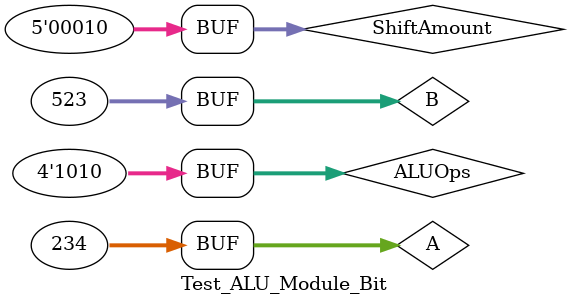
<source format=v>
`timescale 1ns / 1ps

module Test_ALU_Module_Bit;
	// Inputs
	reg [31:0] A;
	reg [31:0] B;
	reg [3:0] ALUOps;
	reg [4:0] ShiftAmount; 

	// Outputs
	wire [31:0] Output; 
	wire Carry_Out; 
	
	wire FlagZero;
	wire FlagSign;
	wire FlagEqual;

	// Instantiate the Unit Under Test (UUT)
	ALU_Module uut (
		.A(A), 
		.B(B), 
		.ShiftAmount(ShiftAmount),
		.ALUOps(ALUOps),
        .Output(Output),
        .Carry_Out(Carry_Out),
		  .FlagZero(FlagZero),
		  .FlagSign(FlagSign),
		  .FlagEqual(FlagEqual)
		  
	);

	initial begin
		$monitor ("Test Bench for ALU Module");
		$monitor ("A = %d, B = %d, ALUOps = %d, Shift Amount = %d, Output = %d, Carry_Out = %d\n", A, B, ALUOps, ShiftAmount, Output, Carry_Out);
		// Initialize Inputs
		#100;
		A = 32'd234; B = 32'd523; ALUOps = 4'b1111; ShiftAmount = 5'd2;	// comp, compi
		#100;
		A = 32'd234; B = 32'd1; ALUOps = 4'b1111; ShiftAmount = 5'd2;	// comp, compi
		// Shift Testing
		#100
      A = 32'd234; B = 32'd2; ALUOps = 4'b0000; ShiftAmount = 5'd2;		// shll 
		#100;
      A = 32'd234; B = 32'd3; ALUOps = 4'b0100; ShiftAmount = 5'd2;		// shllv
		#100;
      A = 32'd234; B = 32'd2; ALUOps = 4'b0001; ShiftAmount = 5'd2;		// shrl
		#100;
      A = 32'd234; B = 32'd3; ALUOps = 4'b0101; ShiftAmount = 5'd2; 		// shrlv
		#100;
      A = 32'd234; B = 32'd2; ALUOps = 4'b0010; ShiftAmount = 5'd2;		// shra
		#100;
      A = 32'd234; B = 32'd3; ALUOps = 4'b0011; ShiftAmount = 5'd2;		// shrav
		#100;
		// Arithmetic Operations
		A = 32'd234; B = 32'd523; ALUOps = 4'b1000; ShiftAmount = 5'd2;	// and
		#100;
		A = 32'd234; B = 32'd523; ALUOps = 4'b1001; ShiftAmount = 5'd2;	// xor
		#100; 
		A = 32'd4; B = 32'd16; ALUOps = 4'b1011; ShiftAmount = 5'd2;	// diff
		#100;
		A = 32'd234; B = 32'd523; ALUOps = 4'b1010; ShiftAmount = 5'd2;	// add, addi, lw, sw

	end
endmodule
</source>
